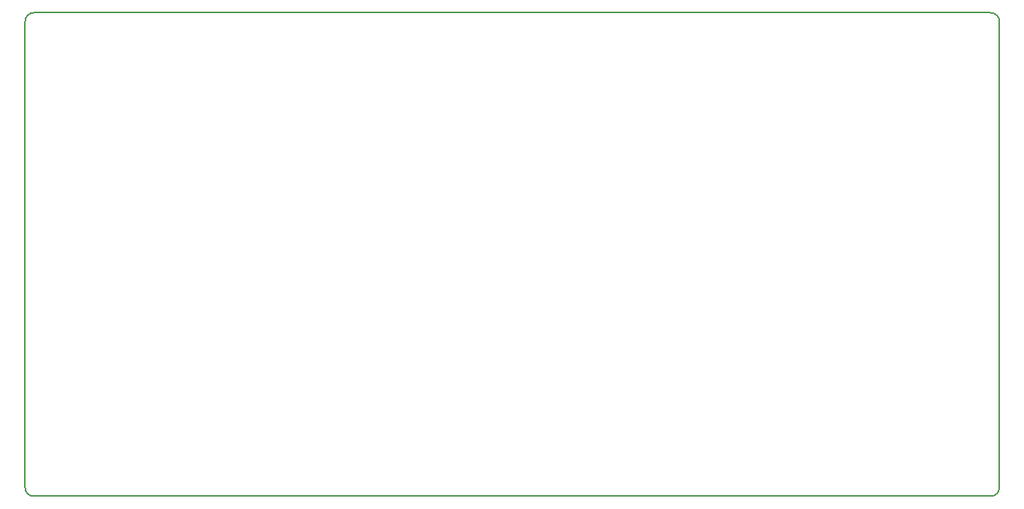
<source format=gko>
G04 #@! TF.FileFunction,Profile,NP*
%FSLAX46Y46*%
G04 Gerber Fmt 4.6, Leading zero omitted, Abs format (unit mm)*
G04 Created by KiCad (PCBNEW 4.0.7) date 11/07/17 19:12:29*
%MOMM*%
%LPD*%
G01*
G04 APERTURE LIST*
%ADD10C,0.100000*%
%ADD11C,0.150000*%
G04 APERTURE END LIST*
D10*
D11*
X217170000Y-64262000D02*
G75*
G03X216154000Y-63246000I-1016000J0D01*
G01*
X216154000Y-119380000D02*
G75*
G03X217170000Y-118364000I0J1016000D01*
G01*
X105156000Y-63246000D02*
G75*
G03X104140000Y-64262000I0J-1016000D01*
G01*
X104140000Y-118364000D02*
G75*
G03X105156000Y-119380000I1016000J0D01*
G01*
X105156000Y-119380000D02*
X216154000Y-119380000D01*
X104140000Y-69215000D02*
X104140000Y-64262000D01*
X104140000Y-81280000D02*
X104140000Y-69215000D01*
X104140000Y-92329000D02*
X104140000Y-81153000D01*
X104140000Y-103378000D02*
X104140000Y-92329000D01*
X104140000Y-112522000D02*
X104140000Y-103378000D01*
X104140000Y-118364000D02*
X104140000Y-112522000D01*
X118364000Y-63246000D02*
X105156000Y-63246000D01*
X134493000Y-63246000D02*
X118364000Y-63246000D01*
X216154000Y-63246000D02*
X134493000Y-63246000D01*
X217170000Y-66040000D02*
X217170000Y-64262000D01*
X217170000Y-118364000D02*
X217170000Y-66040000D01*
M02*

</source>
